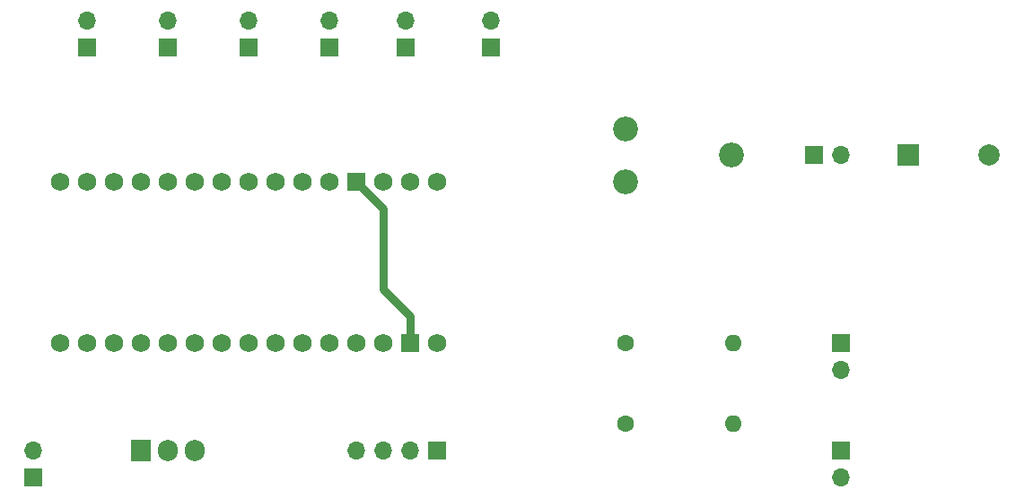
<source format=gbr>
%TF.GenerationSoftware,KiCad,Pcbnew,7.0.7*%
%TF.CreationDate,2023-09-11T15:30:13+03:00*%
%TF.ProjectId,PCB,5043422e-6b69-4636-9164-5f7063625858,rev?*%
%TF.SameCoordinates,Original*%
%TF.FileFunction,Copper,L4,Bot*%
%TF.FilePolarity,Positive*%
%FSLAX46Y46*%
G04 Gerber Fmt 4.6, Leading zero omitted, Abs format (unit mm)*
G04 Created by KiCad (PCBNEW 7.0.7) date 2023-09-11 15:30:13*
%MOMM*%
%LPD*%
G01*
G04 APERTURE LIST*
%TA.AperFunction,ComponentPad*%
%ADD10C,1.727200*%
%TD*%
%TA.AperFunction,ComponentPad*%
%ADD11R,1.727200X1.727200*%
%TD*%
%TA.AperFunction,ComponentPad*%
%ADD12O,1.905000X2.000000*%
%TD*%
%TA.AperFunction,ComponentPad*%
%ADD13R,1.905000X2.000000*%
%TD*%
%TA.AperFunction,ComponentPad*%
%ADD14C,2.340000*%
%TD*%
%TA.AperFunction,ComponentPad*%
%ADD15O,1.600000X1.600000*%
%TD*%
%TA.AperFunction,ComponentPad*%
%ADD16C,1.600000*%
%TD*%
%TA.AperFunction,ComponentPad*%
%ADD17R,1.700000X1.700000*%
%TD*%
%TA.AperFunction,ComponentPad*%
%ADD18O,1.700000X1.700000*%
%TD*%
%TA.AperFunction,ComponentPad*%
%ADD19R,2.000000X2.000000*%
%TD*%
%TA.AperFunction,ComponentPad*%
%ADD20C,2.000000*%
%TD*%
%TA.AperFunction,Conductor*%
%ADD21C,0.800000*%
%TD*%
G04 APERTURE END LIST*
D10*
%TO.P,A1,3V3,3.3V*%
%TO.N,unconnected-(A1-3.3V-Pad3V3)*%
X116840000Y-109220000D03*
%TO.P,A1,5V,5V*%
%TO.N,+5V*%
X142240000Y-109220000D03*
%TO.P,A1,A0,A0*%
%TO.N,A0-LED_LEFT*%
X121920000Y-109220000D03*
%TO.P,A1,A1,A1*%
%TO.N,A1-LED_RIGHT*%
X124460000Y-109220000D03*
%TO.P,A1,A2,A2*%
%TO.N,unconnected-(A1-PadA2)*%
X127000000Y-109220000D03*
%TO.P,A1,A3,A3*%
%TO.N,unconnected-(A1-PadA3)*%
X129540000Y-109220000D03*
%TO.P,A1,A4,A4/SDA*%
%TO.N,SDA*%
X132080000Y-109220000D03*
%TO.P,A1,A5,A5/SCL*%
%TO.N,SCL*%
X134620000Y-109220000D03*
%TO.P,A1,A6,A6*%
%TO.N,unconnected-(A1-PadA6)*%
X137160000Y-109220000D03*
%TO.P,A1,A7,A7*%
%TO.N,unconnected-(A1-PadA7)*%
X139700000Y-109220000D03*
%TO.P,A1,AREF,AREF*%
%TO.N,unconnected-(A1-PadAREF)*%
X119380000Y-109220000D03*
%TO.P,A1,D0,D0/RX*%
%TO.N,unconnected-(A1-D0{slash}RX-PadD0)*%
X147320000Y-93980000D03*
%TO.P,A1,D1,D1/TX*%
%TO.N,unconnected-(A1-D1{slash}TX-PadD1)*%
X149860000Y-93980000D03*
%TO.P,A1,D2,D2*%
%TO.N,D2-B_LEFT*%
X139700000Y-93980000D03*
%TO.P,A1,D3,D3*%
%TO.N,D3-B_RIGHT*%
X137160000Y-93980000D03*
%TO.P,A1,D4,D4*%
%TO.N,D4-B_S_S*%
X134620000Y-93980000D03*
%TO.P,A1,D5,D5*%
%TO.N,D5-B_OK*%
X132080000Y-93980000D03*
%TO.P,A1,D6,D6*%
%TO.N,D6-B_sRESET*%
X129540000Y-93980000D03*
%TO.P,A1,D7,D7*%
%TO.N,D7-B_*%
X127000000Y-93980000D03*
%TO.P,A1,D8,D8*%
%TO.N,unconnected-(A1-PadD8)*%
X124460000Y-93980000D03*
%TO.P,A1,D9,D9*%
%TO.N,D9-BUZZ*%
X121920000Y-93980000D03*
%TO.P,A1,D10,D10*%
%TO.N,unconnected-(A1-PadD10)*%
X119380000Y-93980000D03*
%TO.P,A1,D11,D11_MOSI*%
%TO.N,unconnected-(A1-D11_MOSI-PadD11)*%
X116840000Y-93980000D03*
%TO.P,A1,D12,D12_MISO*%
%TO.N,unconnected-(A1-D12_MISO-PadD12)*%
X114300000Y-93980000D03*
%TO.P,A1,D13,D13_SCK*%
%TO.N,unconnected-(A1-D13_SCK-PadD13)*%
X114300000Y-109220000D03*
D11*
%TO.P,A1,GND1,GND*%
%TO.N,GND*%
X142240000Y-93980000D03*
%TO.P,A1,GND2,GND*%
X147320000Y-109220000D03*
D10*
%TO.P,A1,RST1,RESET*%
%TO.N,unconnected-(A1-RESET-PadRST1)*%
X144780000Y-93980000D03*
%TO.P,A1,RST2,RESET*%
%TO.N,unconnected-(A1-RESET-PadRST2)*%
X144780000Y-109220000D03*
%TO.P,A1,VIN,VIN*%
%TO.N,unconnected-(A1-PadVIN)*%
X149860000Y-109220000D03*
%TD*%
D12*
%TO.P,U1,3,VO*%
%TO.N,+5V*%
X127000000Y-119380000D03*
%TO.P,U1,2,GND*%
%TO.N,GND*%
X124460000Y-119380000D03*
D13*
%TO.P,U1,1,VI*%
%TO.N,/V_BAT*%
X121920000Y-119380000D03*
%TD*%
D14*
%TO.P,RV1,1,1*%
%TO.N,D9-BUZZ*%
X167640000Y-93980000D03*
%TO.P,RV1,2,2*%
%TO.N,Net-(J8-Pin_1)*%
X177640000Y-91480000D03*
%TO.P,RV1,3,3*%
X167640000Y-88980000D03*
%TD*%
D15*
%TO.P,R2,2*%
%TO.N,Net-(J10-Pin_1)*%
X177800000Y-109220000D03*
D16*
%TO.P,R2,1*%
%TO.N,A1-LED_RIGHT*%
X167640000Y-109220000D03*
%TD*%
D15*
%TO.P,R1,2*%
%TO.N,Net-(J9-Pin_1)*%
X177800000Y-116840000D03*
D16*
%TO.P,R1,1*%
%TO.N,A0-LED_LEFT*%
X167640000Y-116840000D03*
%TD*%
D17*
%TO.P,J11,1,Pin_1*%
%TO.N,GND*%
X111760000Y-121920000D03*
D18*
%TO.P,J11,2,Pin_2*%
%TO.N,/V_BAT*%
X111760000Y-119380000D03*
%TD*%
D17*
%TO.P,J10,1,Pin_1*%
%TO.N,Net-(J10-Pin_1)*%
X187960000Y-109220000D03*
D18*
%TO.P,J10,2,Pin_2*%
%TO.N,GND*%
X187960000Y-111760000D03*
%TD*%
D17*
%TO.P,J9,1,Pin_1*%
%TO.N,Net-(J9-Pin_1)*%
X187960000Y-119380000D03*
D18*
%TO.P,J9,2,Pin_2*%
%TO.N,GND*%
X187960000Y-121920000D03*
%TD*%
%TO.P,J8,2,Pin_2*%
%TO.N,Net-(BZ1--)*%
X187960000Y-91440000D03*
D17*
%TO.P,J8,1,Pin_1*%
%TO.N,Net-(J8-Pin_1)*%
X185420000Y-91440000D03*
%TD*%
%TO.P,J7,1,Pin_1*%
%TO.N,D7-B_*%
X116840000Y-81280000D03*
D18*
%TO.P,J7,2,Pin_2*%
%TO.N,GND*%
X116840000Y-78740000D03*
%TD*%
D17*
%TO.P,J6,1,Pin_1*%
%TO.N,D6-B_sRESET*%
X124460000Y-81280000D03*
D18*
%TO.P,J6,2,Pin_2*%
%TO.N,GND*%
X124460000Y-78740000D03*
%TD*%
D17*
%TO.P,J5,1,Pin_1*%
%TO.N,D5-B_OK*%
X132080000Y-81280000D03*
D18*
%TO.P,J5,2,Pin_2*%
%TO.N,GND*%
X132080000Y-78740000D03*
%TD*%
%TO.P,J4,2,Pin_2*%
%TO.N,GND*%
X139700000Y-78740000D03*
D17*
%TO.P,J4,1,Pin_1*%
%TO.N,D4-B_S_S*%
X139700000Y-81280000D03*
%TD*%
D18*
%TO.P,J3,2,Pin_2*%
%TO.N,GND*%
X146890000Y-78740000D03*
D17*
%TO.P,J3,1,Pin_1*%
%TO.N,D3-B_RIGHT*%
X146890000Y-81280000D03*
%TD*%
D18*
%TO.P,J2,2,Pin_2*%
%TO.N,GND*%
X154940000Y-78740000D03*
D17*
%TO.P,J2,1,Pin_1*%
%TO.N,D2-B_LEFT*%
X154940000Y-81280000D03*
%TD*%
D19*
%TO.P,BZ1,1,-*%
%TO.N,Net-(BZ1--)*%
X194320000Y-91440000D03*
D20*
%TO.P,BZ1,2,+*%
%TO.N,GND*%
X201920000Y-91440000D03*
%TD*%
D17*
%TO.P,J1,1,Pin_1*%
%TO.N,GND*%
X149860000Y-119380000D03*
D18*
%TO.P,J1,2,Pin_2*%
%TO.N,+5V*%
X147320000Y-119380000D03*
%TO.P,J1,3,Pin_3*%
%TO.N,SDA*%
X144780000Y-119380000D03*
%TO.P,J1,4,Pin_4*%
%TO.N,SCL*%
X142240000Y-119380000D03*
%TD*%
D21*
%TO.N,GND*%
X147320000Y-106680000D02*
X147320000Y-109220000D01*
X144780000Y-96520000D02*
X144780000Y-104140000D01*
X144780000Y-104140000D02*
X147320000Y-106680000D01*
X142240000Y-93980000D02*
X144780000Y-96520000D01*
%TD*%
M02*

</source>
